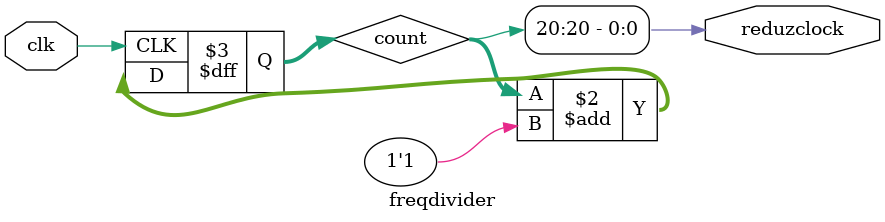
<source format=v>
module freqdivider(clk,reduzclock);
input clk;
output wire reduzclock;

reg [20:0] count;

always @ (posedge clk) begin
	count <= count + 1'b1;
end
	
assign reduzclock = count[20];


endmodule

</source>
